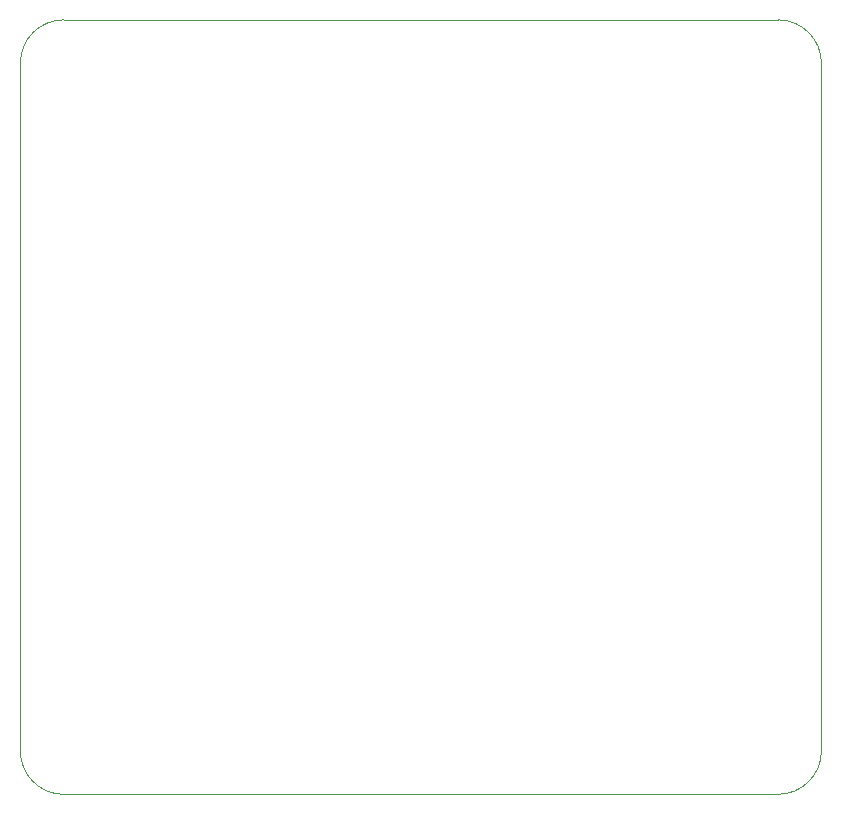
<source format=gm1>
G04 #@! TF.GenerationSoftware,KiCad,Pcbnew,8.0.8*
G04 #@! TF.CreationDate,2025-04-12T06:06:46-04:00*
G04 #@! TF.ProjectId,custom-keypad,63757374-6f6d-42d6-9b65-797061642e6b,rev?*
G04 #@! TF.SameCoordinates,Original*
G04 #@! TF.FileFunction,Profile,NP*
%FSLAX46Y46*%
G04 Gerber Fmt 4.6, Leading zero omitted, Abs format (unit mm)*
G04 Created by KiCad (PCBNEW 8.0.8) date 2025-04-12 06:06:46*
%MOMM*%
%LPD*%
G01*
G04 APERTURE LIST*
G04 #@! TA.AperFunction,Profile*
%ADD10C,0.050000*%
G04 #@! TD*
G04 APERTURE END LIST*
D10*
X54959132Y-25654000D02*
X115447995Y-25654000D01*
X115447995Y-25654000D02*
G75*
G02*
X119090705Y-29345939I-24995J-3667700D01*
G01*
X54909848Y-91226807D02*
G75*
G02*
X51267198Y-87534868I25002J3667647D01*
G01*
X119090650Y-87584152D02*
G75*
G02*
X115398711Y-91226805I-3667650J25002D01*
G01*
X51267193Y-29296655D02*
G75*
G02*
X54959132Y-25653998I3667647J-24995D01*
G01*
X119090650Y-29345939D02*
X119090650Y-87584152D01*
X115398711Y-91226807D02*
X54909848Y-91226807D01*
X51267193Y-87534868D02*
X51267193Y-29296655D01*
M02*

</source>
